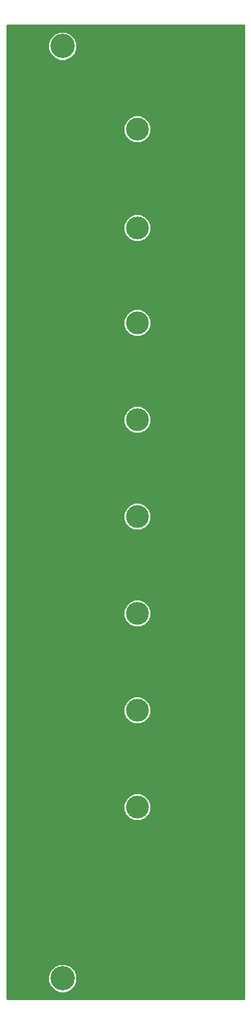
<source format=gbl>
G04 (created by PCBNEW-RS274X (2012-01-19 BZR 3256)-stable) date 12/6/2012 8:31:16 PM*
G01*
G70*
G90*
%MOIN*%
G04 Gerber Fmt 3.4, Leading zero omitted, Abs format*
%FSLAX34Y34*%
G04 APERTURE LIST*
%ADD10C,0.006000*%
%ADD11C,0.126000*%
%ADD12C,0.118100*%
%ADD13C,0.320000*%
%ADD14C,0.010000*%
G04 APERTURE END LIST*
G54D10*
G54D11*
X08070Y-76446D03*
G54D12*
X11925Y-32600D03*
X11925Y-37700D03*
X11925Y-67600D03*
X11925Y-62600D03*
X11925Y-57600D03*
X11925Y-52600D03*
X11925Y-47600D03*
X11925Y-42600D03*
G54D11*
X08060Y-28316D03*
G54D13*
X08225Y-35075D03*
X14425Y-35075D03*
X14425Y-65075D03*
X08225Y-70075D03*
X14425Y-60075D03*
X14425Y-70075D03*
X14425Y-40075D03*
X08225Y-40075D03*
X14425Y-50075D03*
X14425Y-55075D03*
X14425Y-45075D03*
G54D10*
G36*
X17450Y-77500D02*
X17075Y-77500D01*
X12634Y-77500D01*
X12634Y-67742D01*
X12634Y-67460D01*
X12634Y-62742D01*
X12634Y-62460D01*
X12634Y-57742D01*
X12634Y-57460D01*
X12634Y-52742D01*
X12634Y-52460D01*
X12634Y-47742D01*
X12634Y-47460D01*
X12634Y-42742D01*
X12634Y-42460D01*
X12634Y-37842D01*
X12634Y-37560D01*
X12634Y-32742D01*
X12634Y-32460D01*
X12526Y-32199D01*
X12327Y-32000D01*
X12067Y-31891D01*
X11785Y-31891D01*
X11524Y-31999D01*
X11325Y-32198D01*
X11216Y-32458D01*
X11216Y-32740D01*
X11324Y-33001D01*
X11523Y-33200D01*
X11783Y-33309D01*
X12065Y-33309D01*
X12326Y-33201D01*
X12525Y-33002D01*
X12634Y-32742D01*
X12634Y-37560D01*
X12526Y-37299D01*
X12327Y-37100D01*
X12067Y-36991D01*
X11785Y-36991D01*
X11524Y-37099D01*
X11325Y-37298D01*
X11216Y-37558D01*
X11216Y-37840D01*
X11324Y-38101D01*
X11523Y-38300D01*
X11783Y-38409D01*
X12065Y-38409D01*
X12326Y-38301D01*
X12525Y-38102D01*
X12634Y-37842D01*
X12634Y-42460D01*
X12526Y-42199D01*
X12327Y-42000D01*
X12067Y-41891D01*
X11785Y-41891D01*
X11524Y-41999D01*
X11325Y-42198D01*
X11216Y-42458D01*
X11216Y-42740D01*
X11324Y-43001D01*
X11523Y-43200D01*
X11783Y-43309D01*
X12065Y-43309D01*
X12326Y-43201D01*
X12525Y-43002D01*
X12634Y-42742D01*
X12634Y-47460D01*
X12526Y-47199D01*
X12327Y-47000D01*
X12067Y-46891D01*
X11785Y-46891D01*
X11524Y-46999D01*
X11325Y-47198D01*
X11216Y-47458D01*
X11216Y-47740D01*
X11324Y-48001D01*
X11523Y-48200D01*
X11783Y-48309D01*
X12065Y-48309D01*
X12326Y-48201D01*
X12525Y-48002D01*
X12634Y-47742D01*
X12634Y-52460D01*
X12526Y-52199D01*
X12327Y-52000D01*
X12067Y-51891D01*
X11785Y-51891D01*
X11524Y-51999D01*
X11325Y-52198D01*
X11216Y-52458D01*
X11216Y-52740D01*
X11324Y-53001D01*
X11523Y-53200D01*
X11783Y-53309D01*
X12065Y-53309D01*
X12326Y-53201D01*
X12525Y-53002D01*
X12634Y-52742D01*
X12634Y-57460D01*
X12526Y-57199D01*
X12327Y-57000D01*
X12067Y-56891D01*
X11785Y-56891D01*
X11524Y-56999D01*
X11325Y-57198D01*
X11216Y-57458D01*
X11216Y-57740D01*
X11324Y-58001D01*
X11523Y-58200D01*
X11783Y-58309D01*
X12065Y-58309D01*
X12326Y-58201D01*
X12525Y-58002D01*
X12634Y-57742D01*
X12634Y-62460D01*
X12526Y-62199D01*
X12327Y-62000D01*
X12067Y-61891D01*
X11785Y-61891D01*
X11524Y-61999D01*
X11325Y-62198D01*
X11216Y-62458D01*
X11216Y-62740D01*
X11324Y-63001D01*
X11523Y-63200D01*
X11783Y-63309D01*
X12065Y-63309D01*
X12326Y-63201D01*
X12525Y-63002D01*
X12634Y-62742D01*
X12634Y-67460D01*
X12526Y-67199D01*
X12327Y-67000D01*
X12067Y-66891D01*
X11785Y-66891D01*
X11524Y-66999D01*
X11325Y-67198D01*
X11216Y-67458D01*
X11216Y-67740D01*
X11324Y-68001D01*
X11523Y-68200D01*
X11783Y-68309D01*
X12065Y-68309D01*
X12326Y-68201D01*
X12525Y-68002D01*
X12634Y-67742D01*
X12634Y-77500D01*
X08819Y-77500D01*
X08819Y-76596D01*
X08819Y-76298D01*
X08809Y-76273D01*
X08809Y-28466D01*
X08809Y-28168D01*
X08695Y-27893D01*
X08485Y-27682D01*
X08210Y-27567D01*
X07912Y-27567D01*
X07637Y-27681D01*
X07426Y-27891D01*
X07311Y-28166D01*
X07311Y-28464D01*
X07425Y-28739D01*
X07635Y-28950D01*
X07910Y-29065D01*
X08208Y-29065D01*
X08483Y-28951D01*
X08694Y-28741D01*
X08809Y-28466D01*
X08809Y-76273D01*
X08705Y-76023D01*
X08495Y-75812D01*
X08220Y-75697D01*
X07922Y-75697D01*
X07647Y-75811D01*
X07436Y-76021D01*
X07321Y-76296D01*
X07321Y-76594D01*
X07435Y-76869D01*
X07645Y-77080D01*
X07920Y-77195D01*
X08218Y-77195D01*
X08493Y-77081D01*
X08704Y-76871D01*
X08819Y-76596D01*
X08819Y-77500D01*
X05200Y-77500D01*
X05200Y-33625D01*
X05200Y-27250D01*
X17075Y-27250D01*
X17450Y-27250D01*
X17450Y-77500D01*
X17450Y-77500D01*
G37*
G54D14*
X17450Y-77500D02*
X17075Y-77500D01*
X12634Y-77500D01*
X12634Y-67742D01*
X12634Y-67460D01*
X12634Y-62742D01*
X12634Y-62460D01*
X12634Y-57742D01*
X12634Y-57460D01*
X12634Y-52742D01*
X12634Y-52460D01*
X12634Y-47742D01*
X12634Y-47460D01*
X12634Y-42742D01*
X12634Y-42460D01*
X12634Y-37842D01*
X12634Y-37560D01*
X12634Y-32742D01*
X12634Y-32460D01*
X12526Y-32199D01*
X12327Y-32000D01*
X12067Y-31891D01*
X11785Y-31891D01*
X11524Y-31999D01*
X11325Y-32198D01*
X11216Y-32458D01*
X11216Y-32740D01*
X11324Y-33001D01*
X11523Y-33200D01*
X11783Y-33309D01*
X12065Y-33309D01*
X12326Y-33201D01*
X12525Y-33002D01*
X12634Y-32742D01*
X12634Y-37560D01*
X12526Y-37299D01*
X12327Y-37100D01*
X12067Y-36991D01*
X11785Y-36991D01*
X11524Y-37099D01*
X11325Y-37298D01*
X11216Y-37558D01*
X11216Y-37840D01*
X11324Y-38101D01*
X11523Y-38300D01*
X11783Y-38409D01*
X12065Y-38409D01*
X12326Y-38301D01*
X12525Y-38102D01*
X12634Y-37842D01*
X12634Y-42460D01*
X12526Y-42199D01*
X12327Y-42000D01*
X12067Y-41891D01*
X11785Y-41891D01*
X11524Y-41999D01*
X11325Y-42198D01*
X11216Y-42458D01*
X11216Y-42740D01*
X11324Y-43001D01*
X11523Y-43200D01*
X11783Y-43309D01*
X12065Y-43309D01*
X12326Y-43201D01*
X12525Y-43002D01*
X12634Y-42742D01*
X12634Y-47460D01*
X12526Y-47199D01*
X12327Y-47000D01*
X12067Y-46891D01*
X11785Y-46891D01*
X11524Y-46999D01*
X11325Y-47198D01*
X11216Y-47458D01*
X11216Y-47740D01*
X11324Y-48001D01*
X11523Y-48200D01*
X11783Y-48309D01*
X12065Y-48309D01*
X12326Y-48201D01*
X12525Y-48002D01*
X12634Y-47742D01*
X12634Y-52460D01*
X12526Y-52199D01*
X12327Y-52000D01*
X12067Y-51891D01*
X11785Y-51891D01*
X11524Y-51999D01*
X11325Y-52198D01*
X11216Y-52458D01*
X11216Y-52740D01*
X11324Y-53001D01*
X11523Y-53200D01*
X11783Y-53309D01*
X12065Y-53309D01*
X12326Y-53201D01*
X12525Y-53002D01*
X12634Y-52742D01*
X12634Y-57460D01*
X12526Y-57199D01*
X12327Y-57000D01*
X12067Y-56891D01*
X11785Y-56891D01*
X11524Y-56999D01*
X11325Y-57198D01*
X11216Y-57458D01*
X11216Y-57740D01*
X11324Y-58001D01*
X11523Y-58200D01*
X11783Y-58309D01*
X12065Y-58309D01*
X12326Y-58201D01*
X12525Y-58002D01*
X12634Y-57742D01*
X12634Y-62460D01*
X12526Y-62199D01*
X12327Y-62000D01*
X12067Y-61891D01*
X11785Y-61891D01*
X11524Y-61999D01*
X11325Y-62198D01*
X11216Y-62458D01*
X11216Y-62740D01*
X11324Y-63001D01*
X11523Y-63200D01*
X11783Y-63309D01*
X12065Y-63309D01*
X12326Y-63201D01*
X12525Y-63002D01*
X12634Y-62742D01*
X12634Y-67460D01*
X12526Y-67199D01*
X12327Y-67000D01*
X12067Y-66891D01*
X11785Y-66891D01*
X11524Y-66999D01*
X11325Y-67198D01*
X11216Y-67458D01*
X11216Y-67740D01*
X11324Y-68001D01*
X11523Y-68200D01*
X11783Y-68309D01*
X12065Y-68309D01*
X12326Y-68201D01*
X12525Y-68002D01*
X12634Y-67742D01*
X12634Y-77500D01*
X08819Y-77500D01*
X08819Y-76596D01*
X08819Y-76298D01*
X08809Y-76273D01*
X08809Y-28466D01*
X08809Y-28168D01*
X08695Y-27893D01*
X08485Y-27682D01*
X08210Y-27567D01*
X07912Y-27567D01*
X07637Y-27681D01*
X07426Y-27891D01*
X07311Y-28166D01*
X07311Y-28464D01*
X07425Y-28739D01*
X07635Y-28950D01*
X07910Y-29065D01*
X08208Y-29065D01*
X08483Y-28951D01*
X08694Y-28741D01*
X08809Y-28466D01*
X08809Y-76273D01*
X08705Y-76023D01*
X08495Y-75812D01*
X08220Y-75697D01*
X07922Y-75697D01*
X07647Y-75811D01*
X07436Y-76021D01*
X07321Y-76296D01*
X07321Y-76594D01*
X07435Y-76869D01*
X07645Y-77080D01*
X07920Y-77195D01*
X08218Y-77195D01*
X08493Y-77081D01*
X08704Y-76871D01*
X08819Y-76596D01*
X08819Y-77500D01*
X05200Y-77500D01*
X05200Y-33625D01*
X05200Y-27250D01*
X17075Y-27250D01*
X17450Y-27250D01*
X17450Y-77500D01*
M02*

</source>
